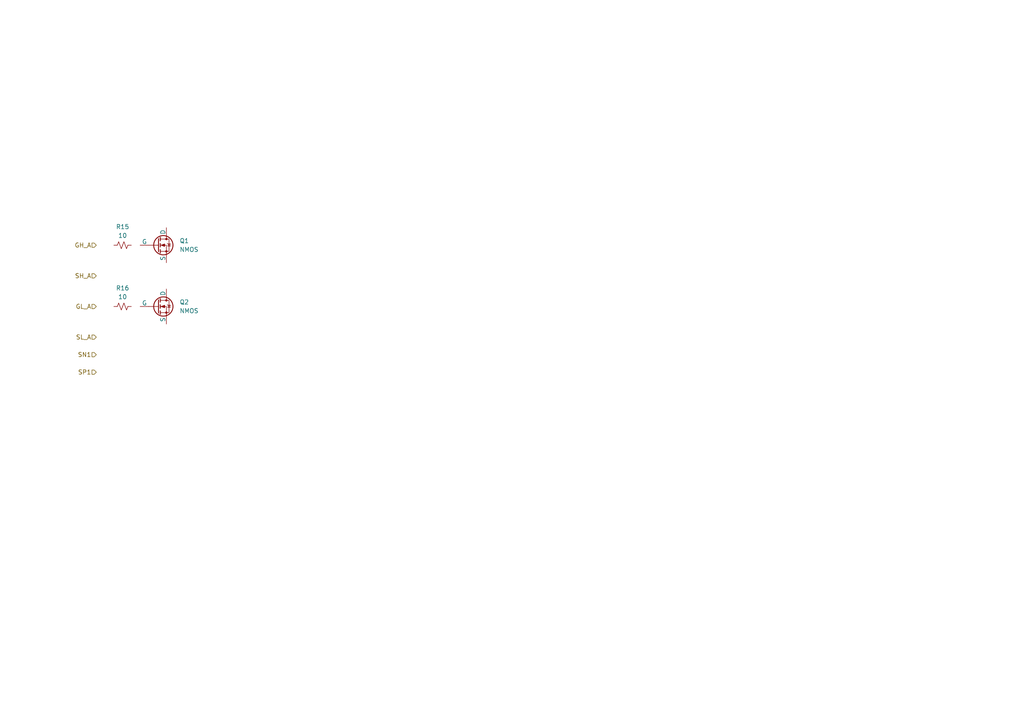
<source format=kicad_sch>
(kicad_sch (version 20250114) (generator "eeschema") (generator_version "9.0")
  (paper "A4")
  (lib_symbols
    (symbol "Device:R_Small_US" (pin_numbers (hide yes)) (pin_names (offset 0.254) (hide yes))
      (property "Reference" "R" (at 0.762 0.508 0))
      (property "Value" "R_Small_US" (at 0.762 -1.016 0))
      (symbol "R_Small_US_1_1"
        (polyline (pts (xy 0 1.524) (xy 1.016 1.143) (xy 0 0.762) (xy -1.016 0.381) (xy 0 0)))
        (polyline (pts (xy 0 0) (xy 1.016 -0.381) (xy 0 -0.762) (xy -1.016 -1.143) (xy 0 -1.524)))
        (pin passive line (at 0 2.54 270) (length 1.016) (name "~") (number "1"))
        (pin passive line (at 0 -2.54 90) (length 1.016) (name "~") (number "2"))
      )
    )
    (symbol "Simulation_SPICE:NMOS" (pin_numbers (hide yes)) (pin_names (offset 0))
      (property "Reference" "Q" (at 5.08 1.27 0))
      (property "Value" "NMOS" (at 5.08 -1.27 0))
      (symbol "NMOS_0_1"
        (polyline (pts (xy 0.254 1.905) (xy 0.254 -1.905)) (stroke (width 0.254)))
        (polyline (pts (xy 0.254 0) (xy -2.54 0)))
        (polyline (pts (xy 0.762 2.286) (xy 0.762 1.27)) (stroke (width 0.254)))
        (polyline (pts (xy 0.762 0.508) (xy 0.762 -0.508)) (stroke (width 0.254)))
        (polyline (pts (xy 0.762 -1.27) (xy 0.762 -2.286)) (stroke (width 0.254)))
        (polyline (pts (xy 0.762 -1.778) (xy 3.302 -1.778) (xy 3.302 1.778) (xy 0.762 1.778)))
        (polyline (pts (xy 1.016 0) (xy 2.032 0.381) (xy 2.032 -0.381) (xy 1.016 0)) (fill (type outline)))
        (circle (center 1.651 0) (radius 2.794) (stroke (width 0.254)))
        (polyline (pts (xy 2.54 2.54) (xy 2.54 1.778)))
        (circle (center 2.54 1.778) (radius 0.254) (fill (type outline)))
        (circle (center 2.54 -1.778) (radius 0.254) (fill (type outline)))
        (polyline (pts (xy 2.54 -2.54) (xy 2.54 0) (xy 0.762 0)))
        (polyline (pts (xy 2.794 0.508) (xy 2.921 0.381) (xy 3.683 0.381) (xy 3.81 0.254)))
        (polyline (pts (xy 3.302 0.381) (xy 2.921 -0.254) (xy 3.683 -0.254) (xy 3.302 0.381)))
      )
      (symbol "NMOS_1_1"
        (pin input line (at -5.08 0 0) (length 2.54) (name "G") (number "2"))
        (pin passive line (at 2.54 5.08 270) (length 2.54) (name "D") (number "1"))
        (pin passive line (at 2.54 -5.08 90) (length 2.54) (name "S") (number "3"))
      )
    )
  )
  (hierarchical_label "GL_A" (shape input) (at 27.94 88.9 180))
  (hierarchical_label "SH_A" (shape input) (at 27.94 80.01 180))
  (hierarchical_label "GH_A" (shape input) (at 27.94 71.12 180))
  (hierarchical_label "SL_A" (shape input) (at 27.94 97.79 180))
  (hierarchical_label "SN1" (shape input) (at 27.94 102.87 180))
  (hierarchical_label "SP1" (shape input) (at 27.94 107.95 180))
  (symbol (lib_id "Device:R_Small_US") (at 35.56 71.12 90) (unit 1)
    (property "Reference" "R15" (at 35.56 65.786 90))
    (property "Value" "10" (at 35.56 68.326 90))
    (property "Description" "Resistor, small US symbol" (effects (hide yes)))
  )
  (symbol (lib_id "Simulation_SPICE:NMOS") (at 45.72 88.9 0) (unit 1)
    (property "Reference" "Q2" (at 52.07 87.6299 0) (effects (justify left)))
    (property "Value" "NMOS" (at 52.07 90.1699 0) (effects (justify left)))
    (property "Datasheet" "https://ngspice.sourceforge.io/docs/ngspice-html-manual/manual.xhtml#cha_MOSFETs" (effects (hide yes)))
    (property "Description" "N-MOSFET transistor, drain/source/gate" (effects (hide yes)))
    (property "Sim.Device" "NMOS" (effects (hide yes)))
    (property "Sim.Type" "VDMOS" (effects (hide yes)))
    (property "Sim.Pins" "1=D 2=G 3=S" (effects (hide yes)))
  )
  (symbol (lib_id "Device:R_Small_US") (at 35.56 88.9 90) (unit 1)
    (property "Reference" "R16" (at 35.56 83.566 90))
    (property "Value" "10" (at 35.56 86.106 90))
    (property "Description" "Resistor, small US symbol" (effects (hide yes)))
  )
  (symbol (lib_id "Simulation_SPICE:NMOS") (at 45.72 71.12 0) (unit 1)
    (property "Reference" "Q1" (at 52.07 69.8499 0) (effects (justify left)))
    (property "Value" "NMOS" (at 52.07 72.3899 0) (effects (justify left)))
    (property "Datasheet" "https://ngspice.sourceforge.io/docs/ngspice-html-manual/manual.xhtml#cha_MOSFETs" (effects (hide yes)))
    (property "Description" "N-MOSFET transistor, drain/source/gate" (effects (hide yes)))
    (property "Sim.Device" "NMOS" (effects (hide yes)))
    (property "Sim.Type" "VDMOS" (effects (hide yes)))
    (property "Sim.Pins" "1=D 2=G 3=S" (effects (hide yes)))
  )
)
</source>
